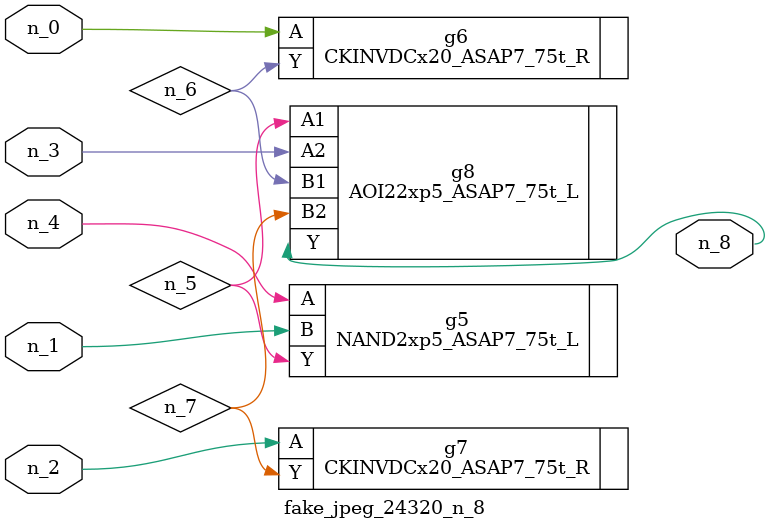
<source format=v>
module fake_jpeg_24320_n_8 (n_3, n_2, n_1, n_0, n_4, n_8);

input n_3;
input n_2;
input n_1;
input n_0;
input n_4;

output n_8;

wire n_6;
wire n_5;
wire n_7;

NAND2xp5_ASAP7_75t_L g5 ( 
.A(n_4),
.B(n_1),
.Y(n_5)
);

CKINVDCx20_ASAP7_75t_R g6 ( 
.A(n_0),
.Y(n_6)
);

CKINVDCx20_ASAP7_75t_R g7 ( 
.A(n_2),
.Y(n_7)
);

AOI22xp5_ASAP7_75t_L g8 ( 
.A1(n_5),
.A2(n_3),
.B1(n_6),
.B2(n_7),
.Y(n_8)
);


endmodule
</source>
